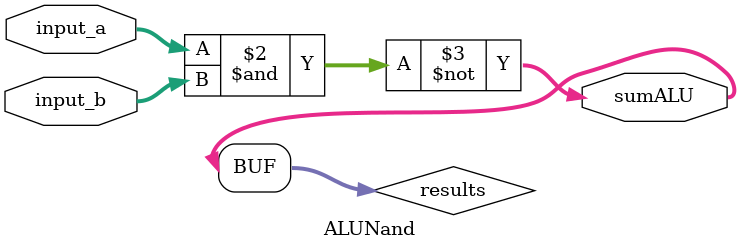
<source format=v>
module ALUNand (
	input [31:0] input_a, input_b,
	output [31:0] sumALU,
	);
	
	reg [31:0] results;
	assign sumALU = results;
	
	
	always @(*)
	begin
		// Logical nand 
           results = ~(input_a & input_b);
       
	end
	
endmodule
		
		
	
</source>
